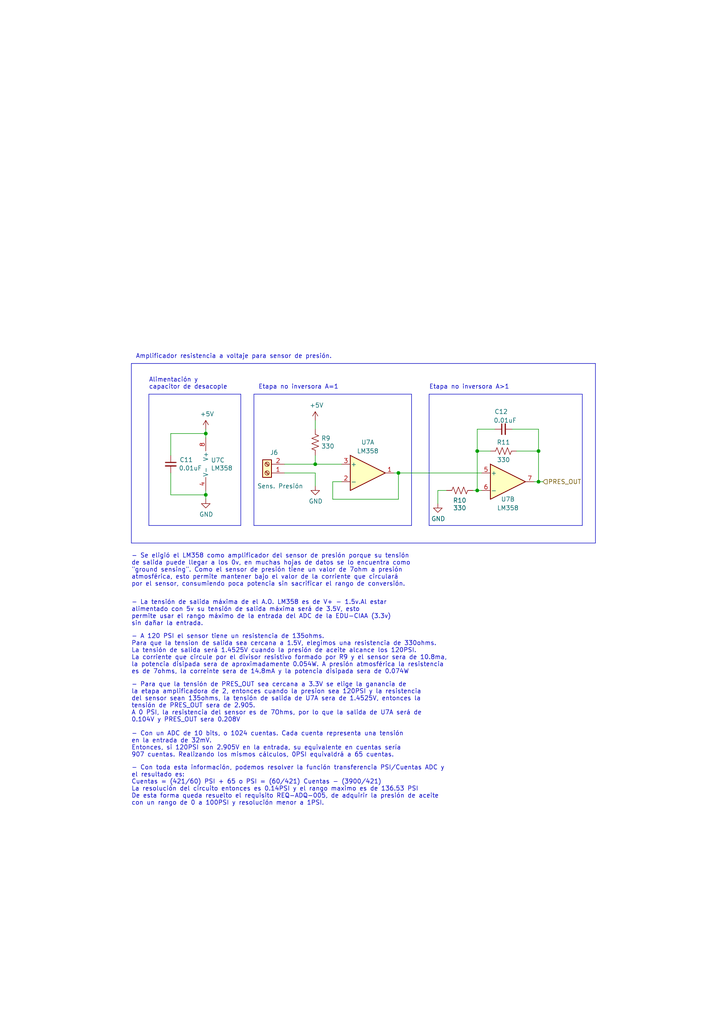
<source format=kicad_sch>
(kicad_sch (version 20230121) (generator eeschema)
  (paper "A4" portrait)
  (title_block (title "Amplificador de sensor de presión") (date "2021-12-19") (rev "1.0") (company "Autor: Ignacio Moya") (comment 1 "Especialización en Sistemas Embebidos 2021 - FIUBA"))
  (lib_symbols
    (symbol "Amplifier_Operational:LM358" (pin_names (offset 0.127))
      (property "Reference" "U" (at 0 5.08 0))
      (property "Value" "LM358" (at 0 -5.08 0))
      (symbol "LM358_1_1"
        (polyline (pts (xy -5.08 5.08) (xy 5.08 0) (xy -5.08 -5.08) (xy -5.08 5.08)) (stroke (width 0.254)) (fill (type background)))
        (pin output line (at 7.62 0 180) (length 2.54) (name "~") (number "1"))
        (pin input line (at -7.62 -2.54 0) (length 2.54) (name "-") (number "2"))
        (pin input line (at -7.62 2.54 0) (length 2.54) (name "+") (number "3"))
      )
      (symbol "LM358_2_1"
        (polyline (pts (xy -5.08 5.08) (xy 5.08 0) (xy -5.08 -5.08) (xy -5.08 5.08)) (stroke (width 0.254)) (fill (type background)))
        (pin input line (at -7.62 2.54 0) (length 2.54) (name "+") (number "5"))
        (pin input line (at -7.62 -2.54 0) (length 2.54) (name "-") (number "6"))
        (pin output line (at 7.62 0 180) (length 2.54) (name "~") (number "7"))
      )
      (symbol "LM358_3_1"
        (pin power_in line (at -2.54 -7.62 90) (length 3.81) (name "V-") (number "4"))
        (pin power_in line (at -2.54 7.62 270) (length 3.81) (name "V+") (number "8"))
      )
    )
    (symbol "Connector:Screw_Terminal_01x02" (pin_names (offset 1.016) hide)
      (property "Reference" "J" (at 0 2.54 0))
      (property "Value" "Screw_Terminal_01x02" (at 0 -5.08 0))
      (symbol "Screw_Terminal_01x02_1_1"
        (rectangle (start -1.27 1.27) (end 1.27 -3.81) (stroke (width 0.254)) (fill (type background)))
        (circle (center 0 -2.54) (radius 0.635) (stroke (width 0.1524)))
        (polyline (pts (xy -0.5334 -2.2098) (xy 0.3302 -3.048)) (stroke (width 0.1524)))
        (polyline (pts (xy -0.5334 0.3302) (xy 0.3302 -0.508)) (stroke (width 0.1524)))
        (polyline (pts (xy -0.3556 -2.032) (xy 0.508 -2.8702)) (stroke (width 0.1524)))
        (polyline (pts (xy -0.3556 0.508) (xy 0.508 -0.3302)) (stroke (width 0.1524)))
        (circle (center 0 0) (radius 0.635) (stroke (width 0.1524)))
        (pin passive line (at -5.08 0 0) (length 3.81) (name "Pin_1") (number "1"))
        (pin passive line (at -5.08 -2.54 0) (length 3.81) (name "Pin_2") (number "2"))
      )
    )
    (symbol "Device:C_Small" (pin_numbers hide) (pin_names (offset 0.254) hide)
      (property "Reference" "C" (at 0.254 1.778 0))
      (property "Value" "C_Small" (at 0.254 -2.032 0))
      (symbol "C_Small_0_1"
        (polyline (pts (xy -1.524 -0.508) (xy 1.524 -0.508)) (stroke (width 0.3302)))
        (polyline (pts (xy -1.524 0.508) (xy 1.524 0.508)) (stroke (width 0.3048)))
      )
      (symbol "C_Small_1_1"
        (pin passive line (at 0 2.54 270) (length 2.032) (name "~") (number "1"))
        (pin passive line (at 0 -2.54 90) (length 2.032) (name "~") (number "2"))
      )
    )
    (symbol "Device:R_US" (pin_numbers hide) (pin_names (offset 0))
      (property "Reference" "R" (at 2.54 0 90))
      (property "Value" "R_US" (at -2.54 0 90))
      (symbol "R_US_0_1"
        (polyline (pts (xy 0 -2.286) (xy 0 -2.54)))
        (polyline (pts (xy 0 2.286) (xy 0 2.54)))
        (polyline (pts (xy 0 -0.762) (xy 1.016 -1.143) (xy 0 -1.524) (xy -1.016 -1.905) (xy 0 -2.286)))
        (polyline (pts (xy 0 0.762) (xy 1.016 0.381) (xy 0 0) (xy -1.016 -0.381) (xy 0 -0.762)))
        (polyline (pts (xy 0 2.286) (xy 1.016 1.905) (xy 0 1.524) (xy -1.016 1.143) (xy 0 0.762)))
      )
      (symbol "R_US_1_1"
        (pin passive line (at 0 3.81 270) (length 1.27) (name "~") (number "1"))
        (pin passive line (at 0 -3.81 90) (length 1.27) (name "~") (number "2"))
      )
    )
    (symbol "basico-rescue:+5V" (power) (pin_names (offset 0))
      (property "Value" "+5V" (at 0 3.556 0))
      (symbol "+5V_0_1"
        (polyline (pts (xy -0.762 1.27) (xy 0 2.54)))
        (polyline (pts (xy 0 0) (xy 0 2.54)))
        (polyline (pts (xy 0 2.54) (xy 0.762 1.27)))
      )
      (symbol "+5V_1_1"
        (pin power_in line (at 0 0 90) (length 0) hide (name "+5V") (number "1"))
      )
    )
    (symbol "basico-rescue:GND" (power) (pin_names (offset 0))
      (property "Value" "GND" (at 0 -3.81 0))
      (symbol "GND_0_1"
        (polyline (pts (xy 0 0) (xy 0 -1.27) (xy 1.27 -1.27) (xy 0 -2.54) (xy -1.27 -1.27) (xy 0 -1.27)))
      )
      (symbol "GND_1_1"
        (pin power_in line (at 0 0 270) (length 0) hide (name "GND") (number "1"))
      )
    )
  )
  (junction (at 156.21 130.81))
  (junction (at 115.57 137.16))
  (junction (at 59.69 143.51))
  (junction (at 59.69 125.73))
  (junction (at 138.43 142.24))
  (junction (at 91.44 134.62))
  (junction (at 156.21 139.7))
  (junction (at 138.43 130.81))
  (polyline (pts (xy 43.18 152.4) (xy 43.18 114.3)))
  (wire (pts (xy 138.43 124.46) (xy 138.43 130.81)))
  (polyline (pts (xy 168.91 152.4) (xy 124.46 152.4)))
  (polyline (pts (xy 119.38 152.4) (xy 73.66 152.4)))
  (wire (pts (xy 59.69 124.46) (xy 59.69 125.73)))
  (wire (pts (xy 138.43 142.24) (xy 139.7 142.24)))
  (wire (pts (xy 138.43 130.81) (xy 142.24 130.81)))
  (wire (pts (xy 127 146.05) (xy 127 142.24)))
  (polyline (pts (xy 38.1 157.48) (xy 38.1 105.41)))
  (polyline (pts (xy 69.85 114.3) (xy 69.85 152.4)))
  (polyline (pts (xy 73.66 114.3) (xy 119.38 114.3)))
  (wire (pts (xy 115.57 144.78) (xy 115.57 137.16)))
  (wire (pts (xy 149.86 130.81) (xy 156.21 130.81)))
  (polyline (pts (xy 124.46 152.4) (xy 124.46 114.3)))
  (wire (pts (xy 49.53 125.73) (xy 59.69 125.73)))
  (wire (pts (xy 115.57 137.16) (xy 139.7 137.16)))
  (wire (pts (xy 156.21 130.81) (xy 156.21 139.7)))
  (polyline (pts (xy 69.85 152.4) (xy 43.18 152.4)))
  (wire (pts (xy 96.52 144.78) (xy 115.57 144.78)))
  (polyline (pts (xy 168.91 114.3) (xy 168.91 152.4)))
  (polyline (pts (xy 73.66 152.4) (xy 73.66 114.3)))
  (wire (pts (xy 59.69 125.73) (xy 59.69 127)))
  (wire (pts (xy 127 142.24) (xy 129.54 142.24)))
  (polyline (pts (xy 172.72 105.41) (xy 172.72 157.48)))
  (wire (pts (xy 82.55 137.16) (xy 91.44 137.16)))
  (wire (pts (xy 138.43 130.81) (xy 138.43 142.24)))
  (wire (pts (xy 96.52 139.7) (xy 96.52 144.78)))
  (wire (pts (xy 91.44 137.16) (xy 91.44 140.97)))
  (wire (pts (xy 99.06 139.7) (xy 96.52 139.7)))
  (wire (pts (xy 59.69 142.24) (xy 59.69 143.51)))
  (wire (pts (xy 91.44 134.62) (xy 99.06 134.62)))
  (wire (pts (xy 148.59 124.46) (xy 156.21 124.46)))
  (wire (pts (xy 156.21 124.46) (xy 156.21 130.81)))
  (wire (pts (xy 156.21 139.7) (xy 157.48 139.7)))
  (wire (pts (xy 49.53 137.16) (xy 49.53 143.51)))
  (wire (pts (xy 114.3 137.16) (xy 115.57 137.16)))
  (polyline (pts (xy 38.1 105.41) (xy 172.72 105.41)))
  (wire (pts (xy 49.53 143.51) (xy 59.69 143.51)))
  (polyline (pts (xy 124.46 114.3) (xy 168.91 114.3)))
  (polyline (pts (xy 119.38 114.3) (xy 119.38 152.4)))
  (wire (pts (xy 143.51 124.46) (xy 138.43 124.46)))
  (wire (pts (xy 82.55 134.62) (xy 91.44 134.62)))
  (polyline (pts (xy 43.18 114.3) (xy 69.85 114.3)))
  (wire (pts (xy 137.16 142.24) (xy 138.43 142.24)))
  (wire (pts (xy 156.21 139.7) (xy 154.94 139.7)))
  (wire (pts (xy 91.44 121.92) (xy 91.44 124.46)))
  (wire (pts (xy 91.44 132.08) (xy 91.44 134.62)))
  (wire (pts (xy 59.69 143.51) (xy 59.69 144.78)))
  (polyline (pts (xy 172.72 157.48) (xy 38.1 157.48)))
  (wire (pts (xy 49.53 132.08) (xy 49.53 125.73)))
  (text "Etapa no inversora A>1" (at 124.46 113.03 0) (effects (font (size 1.27 1.27)) (justify left bottom)))
  (text "Amplificador resistencia a voltaje para sensor de presión." (at 39.37 104.14 0) (effects (font (size 1.27 1.27)) (justify left bottom)))
  (text "Etapa no inversora A=1" (at 74.93 113.03 0) (effects (font (size 1.27 1.27)) (justify left bottom)))
  (text "- Se eligió el LM358 como amplificador del sensor de presión porque su tensión\nde salida puede llegar a los 0v, en muchas hojas de datos se lo encuentra como\n\"ground sensing\". Como el sensor de presión tiene un valor de 7ohm a presión\natmosférica, esto permite mantener bajo el valor de la corriente que circulará\npor el sensor, consumiendo poca potencia sin sacrificar el rango de conversión." (at 38.1 170.18 0) (effects (font (size 1.27 1.27)) (justify left bottom)))
  (text "- Con un ADC de 10 bits, o 1024 cuentas. Cada cuenta representa una tensión\nen la entrada de 32mV.\nEntonces, si 120PSI son 2.905V en la entrada, su equivalente en cuentas sería\n907 cuentas. Realizando los mismos cálculos, 0PSI equivaldrá a 65 cuentas." (at 38.1 219.71 0) (effects (font (size 1.27 1.27)) (justify left bottom)))
  (text "- Con toda esta información, podemos resolver la función transferencia PSI/Cuentas ADC y\nel resultado es:\nCuentas = (421/60) PSI + 65 o PSI = (60/421) Cuentas - (3900/421)\nLa resolución del circuito entonces es 0.14PSI y el rango maximo es de 136.53 PSI\nDe esta forma queda resuelto el requisito REQ-ADQ-005, de adquirir la presión de aceite \ncon un rango de 0 a 100PSI y resolución menor a 1PSI.\n" (at 38.1 233.68 0) (effects (font (size 1.27 1.27)) (justify left bottom)))
  (text "- La tensión de salida máxima de el A.O. LM358 es de V+ - 1.5v.Al estar\nalimentado con 5v su tensión de salida máxima será de 3.5V, esto\npermite usar el rango máximo de la entrada del ADC de la EDU-CIAA (3.3v)\nsin dañar la entrada." (at 38.1 181.61 0) (effects (font (size 1.27 1.27)) (justify left bottom)))
  (text "Alimentación y\ncapacitor de desacople" (at 43.18 113.03 0) (effects (font (size 1.27 1.27)) (justify left bottom)))
  (text "- A 120 PSI el sensor tiene un resistencia de 135ohms.\nPara que la tension de salida sea cercana a 1.5V, elegimos una resistencia de 330ohms.\nLa tensión de salida será 1.4525V cuando la presión de aceite alcance los 120PSI.\nLa corriente que circule por el divisor resistivo formado por R9 y el sensor sera de 10.8ma,\nla potencia disipada sera de aproximadamente 0.054W. A presión atmosférica la resistencia \nes de 7ohms, la correinte sera de 14.8mA y la potencia disipada sera de 0.074W" (at 38.1 195.58 0) (effects (font (size 1.27 1.27)) (justify left bottom)))
  (text "- Para que la tensión de PRES_OUT sea cercana a 3.3V se elige la ganancia de\nla etapa amplificadora de 2, entonces cuando la presion sea 120PSI y la resistencia\ndel sensor sean 135ohms, la tensión de salida de U7A sera de 1.4525V, entonces la\ntensión de PRES_OUT sera de 2.905.\nA 0 PSI, la resistencia del sensor es de 7Ohms, por lo que la salida de U7A será de\n0.104V y PRES_OUT sera 0.208V" (at 38.1 209.55 0) (effects (font (size 1.27 1.27)) (justify left bottom)))
  (hierarchical_label "PRES_OUT" (shape input) (at 157.48 139.7 0))
  (symbol (lib_id "Amplifier_Operational:LM358") (at 106.68 137.16 0) (unit 1)
    (property "Reference" "U7" (at 106.68 128.27 0))
    (property "Value" "LM358" (at 106.68 130.81 0))
    (property "Footprint" "Package_SO:SOIC-8_3.9x4.9mm_P1.27mm" (effects hide))
    (property "Datasheet" "http://www.ti.com/lit/ds/symlink/lm2904-n.pdf" (effects hide))
  )
  (symbol (lib_id "Amplifier_Operational:LM358") (at 147.32 139.7 0) (unit 2)
    (property "Reference" "U7" (at 147.32 144.78 0))
    (property "Value" "LM358" (at 147.32 147.32 0))
    (property "Footprint" "Package_SO:SOIC-8_3.9x4.9mm_P1.27mm" (effects hide))
    (property "Datasheet" "http://www.ti.com/lit/ds/symlink/lm2904-n.pdf" (effects hide))
  )
  (symbol (lib_id "Amplifier_Operational:LM358") (at 62.23 134.62 0) (unit 3)
    (property "Reference" "U7" (at 61.1632 133.4516 0) (effects (justify left)))
    (property "Value" "LM358" (at 61.1632 135.763 0) (effects (justify left)))
    (property "Footprint" "Package_SO:SOIC-8_3.9x4.9mm_P1.27mm" (effects hide))
    (property "Datasheet" "http://www.ti.com/lit/ds/symlink/lm2904-n.pdf" (effects hide))
  )
  (symbol (lib_id "Connector:Screw_Terminal_01x02") (at 77.47 137.16 180) (unit 1)
    (property "Reference" "J6" (at 79.502 131.2418 0))
    (property "Value" "Sens. Presión" (at 81.28 140.97 0))
    (property "Footprint" "TerminalBlock:TerminalBlock_bornier-2_P5.08mm" (effects hide))
  )
  (symbol (lib_id "basico-rescue:GND") (at 59.69 144.78 0) (unit 1)
    (property "Reference" "#PWR033" (effects hide))
    (property "Value" "GND" (at 59.817 149.1742 0))
  )
  (symbol (lib_id "basico-rescue:+5V") (at 59.69 124.46 0) (unit 1)
    (property "Reference" "#PWR032" (effects hide))
    (property "Value" "+5V" (at 60.071 120.0658 0))
  )
  (symbol (lib_id "basico-rescue:GND") (at 91.44 140.97 0) (unit 1)
    (property "Reference" "#PWR035" (effects hide))
    (property "Value" "GND" (at 91.567 145.3642 0))
  )
  (symbol (lib_id "Device:R_US") (at 91.44 128.27 0) (unit 1)
    (property "Reference" "R9" (at 93.1672 127.1016 0) (effects (justify left)))
    (property "Value" "330" (at 93.1672 129.413 0) (effects (justify left)))
    (property "Footprint" "Resistor_SMD:R_0805_2012Metric_Pad1.15x1.40mm_HandSolder" (effects hide))
  )
  (symbol (lib_id "basico-rescue:+5V") (at 91.44 121.92 0) (unit 1)
    (property "Reference" "#PWR034" (effects hide))
    (property "Value" "+5V" (at 91.821 117.5258 0))
  )
  (symbol (lib_id "Device:R_US") (at 133.35 142.24 90) (unit 1)
    (property "Reference" "R10" (at 133.35 145.1102 90))
    (property "Value" "330" (at 133.35 147.32 90))
    (property "Footprint" "Resistor_SMD:R_0805_2012Metric_Pad1.15x1.40mm_HandSolder" (effects hide))
  )
  (symbol (lib_id "Device:R_US") (at 146.05 130.81 270) (unit 1)
    (property "Reference" "R11" (at 146.05 128.27 90))
    (property "Value" "330" (at 146.05 133.35 90))
    (property "Footprint" "Resistor_SMD:R_0805_2012Metric_Pad1.15x1.40mm_HandSolder" (effects hide))
  )
  (symbol (lib_id "basico-rescue:GND") (at 127 146.05 0) (unit 1)
    (property "Reference" "#PWR037" (effects hide))
    (property "Value" "GND" (at 127.127 150.4442 0))
  )
  (symbol (lib_id "Device:C_Small") (at 49.53 134.62 0) (unit 1)
    (property "Reference" "C11" (at 52.07 133.35 0) (effects (justify left)))
    (property "Value" "0.01uF" (at 51.8668 135.763 0) (effects (justify left)))
    (property "Footprint" "Capacitor_SMD:C_0805_2012Metric_Pad1.15x1.40mm_HandSolder" (effects hide))
  )
  (symbol (lib_id "Device:C_Small") (at 146.05 124.46 90) (unit 1)
    (property "Reference" "C12" (at 147.32 119.38 90) (effects (justify left)))
    (property "Value" "0.01uF" (at 149.86 121.92 90) (effects (justify left)))
    (property "Footprint" "Capacitor_SMD:C_0805_2012Metric_Pad1.15x1.40mm_HandSolder" (effects hide))
  )
)
</source>
